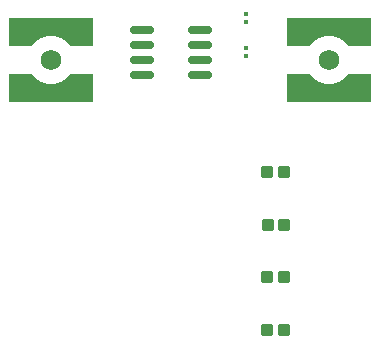
<source format=gbr>
%TF.GenerationSoftware,KiCad,Pcbnew,7.0.10*%
%TF.CreationDate,2024-06-28T18:16:17+02:00*%
%TF.ProjectId,lm7171opamp,6c6d3731-3731-46f7-9061-6d702e6b6963,rev?*%
%TF.SameCoordinates,Original*%
%TF.FileFunction,Paste,Top*%
%TF.FilePolarity,Positive*%
%FSLAX46Y46*%
G04 Gerber Fmt 4.6, Leading zero omitted, Abs format (unit mm)*
G04 Created by KiCad (PCBNEW 7.0.10) date 2024-06-28 18:16:17*
%MOMM*%
%LPD*%
G01*
G04 APERTURE LIST*
G04 Aperture macros list*
%AMRoundRect*
0 Rectangle with rounded corners*
0 $1 Rounding radius*
0 $2 $3 $4 $5 $6 $7 $8 $9 X,Y pos of 4 corners*
0 Add a 4 corners polygon primitive as box body*
4,1,4,$2,$3,$4,$5,$6,$7,$8,$9,$2,$3,0*
0 Add four circle primitives for the rounded corners*
1,1,$1+$1,$2,$3*
1,1,$1+$1,$4,$5*
1,1,$1+$1,$6,$7*
1,1,$1+$1,$8,$9*
0 Add four rect primitives between the rounded corners*
20,1,$1+$1,$2,$3,$4,$5,0*
20,1,$1+$1,$4,$5,$6,$7,0*
20,1,$1+$1,$6,$7,$8,$9,0*
20,1,$1+$1,$8,$9,$2,$3,0*%
%AMFreePoly0*
4,1,25,-1.500000,1.420000,-1.360000,1.280000,-1.205000,1.155000,-1.035000,1.045000,-0.860000,0.950000,-0.675000,0.875000,-0.480000,0.820000,-0.280000,0.780000,-0.085000,0.765000,0.085000,0.765000,0.280000,0.780000,0.480000,0.820000,0.675000,0.875000,0.860000,0.950000,1.035000,1.045000,1.205000,1.155000,1.360000,1.280000,1.500000,1.420000,1.645000,1.595000,3.555000,1.595000,
3.555000,-0.755000,-3.555000,-0.755000,-3.555000,1.595000,-1.645000,1.595000,-1.500000,1.420000,-1.500000,1.420000,$1*%
G04 Aperture macros list end*
%ADD10RoundRect,0.079500X-0.100500X0.079500X-0.100500X-0.079500X0.100500X-0.079500X0.100500X0.079500X0*%
%ADD11RoundRect,0.250000X-0.287500X-0.275000X0.287500X-0.275000X0.287500X0.275000X-0.287500X0.275000X0*%
%ADD12RoundRect,0.150000X-0.825000X-0.150000X0.825000X-0.150000X0.825000X0.150000X-0.825000X0.150000X0*%
%ADD13C,1.730000*%
%ADD14FreePoly0,180.000000*%
%ADD15FreePoly0,0.000000*%
G04 APERTURE END LIST*
D10*
%TO.C,R1*%
X106045000Y-73315000D03*
X106045000Y-74005000D03*
%TD*%
D11*
%TO.C,C2*%
X107795000Y-97155000D03*
X109220000Y-97155000D03*
%TD*%
D12*
%TO.C,U1*%
X97220000Y-71755000D03*
X97220000Y-73025000D03*
X97220000Y-74295000D03*
X97220000Y-75565000D03*
X102170000Y-75565000D03*
X102170000Y-74295000D03*
X102170000Y-73025000D03*
X102170000Y-71755000D03*
%TD*%
D11*
%TO.C,C3*%
X107795000Y-83820000D03*
X109220000Y-83820000D03*
%TD*%
D13*
%TO.C,J1*%
X89535000Y-74295000D03*
D14*
X89535000Y-71495000D03*
D15*
X89535000Y-77095000D03*
%TD*%
D10*
%TO.C,R2*%
X106045000Y-70455000D03*
X106045000Y-71145000D03*
%TD*%
D11*
%TO.C,C1*%
X107795000Y-92710000D03*
X109220000Y-92710000D03*
%TD*%
%TO.C,C4*%
X107872500Y-88265000D03*
X109297500Y-88265000D03*
%TD*%
D13*
%TO.C,J2*%
X113030000Y-74295000D03*
D14*
X113030000Y-71495000D03*
D15*
X113030000Y-77095000D03*
%TD*%
M02*

</source>
